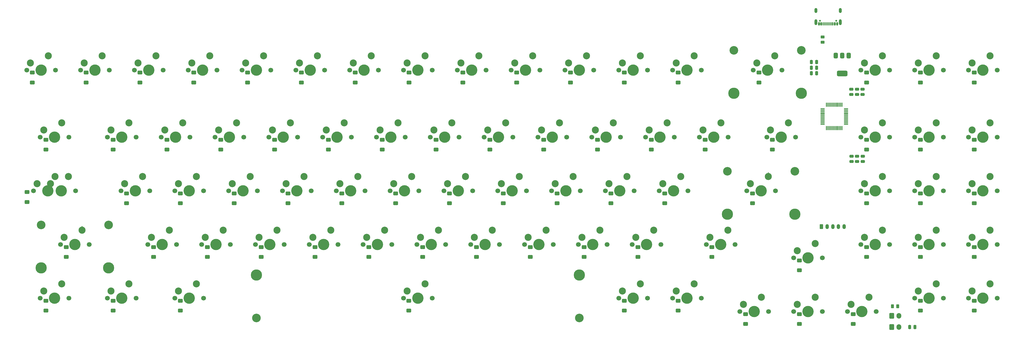
<source format=gbr>
%TF.GenerationSoftware,KiCad,Pcbnew,8.99.0-2194-gb3b7cbcab2*%
%TF.CreationDate,2024-09-18T02:21:13+07:00*%
%TF.ProjectId,Sam_,53616d5f-2e6b-4696-9361-645f70636258,rev?*%
%TF.SameCoordinates,Original*%
%TF.FileFunction,Soldermask,Bot*%
%TF.FilePolarity,Negative*%
%FSLAX46Y46*%
G04 Gerber Fmt 4.6, Leading zero omitted, Abs format (unit mm)*
G04 Created by KiCad (PCBNEW 8.99.0-2194-gb3b7cbcab2) date 2024-09-18 02:21:13*
%MOMM*%
%LPD*%
G01*
G04 APERTURE LIST*
G04 Aperture macros list*
%AMRoundRect*
0 Rectangle with rounded corners*
0 $1 Rounding radius*
0 $2 $3 $4 $5 $6 $7 $8 $9 X,Y pos of 4 corners*
0 Add a 4 corners polygon primitive as box body*
4,1,4,$2,$3,$4,$5,$6,$7,$8,$9,$2,$3,0*
0 Add four circle primitives for the rounded corners*
1,1,$1+$1,$2,$3*
1,1,$1+$1,$4,$5*
1,1,$1+$1,$6,$7*
1,1,$1+$1,$8,$9*
0 Add four rect primitives between the rounded corners*
20,1,$1+$1,$2,$3,$4,$5,0*
20,1,$1+$1,$4,$5,$6,$7,0*
20,1,$1+$1,$6,$7,$8,$9,0*
20,1,$1+$1,$8,$9,$2,$3,0*%
G04 Aperture macros list end*
%ADD10O,1.700000X2.000000*%
%ADD11RoundRect,0.250000X-0.600000X-0.750000X0.600000X-0.750000X0.600000X0.750000X-0.600000X0.750000X0*%
%ADD12C,1.700000*%
%ADD13C,2.500000*%
%ADD14C,4.000000*%
%ADD15C,3.048000*%
%ADD16C,3.987800*%
%ADD17C,0.400000*%
%ADD18RoundRect,0.250000X0.600000X-0.400000X0.600000X0.400000X-0.600000X0.400000X-0.600000X-0.400000X0*%
%ADD19RoundRect,0.075000X0.075000X-0.662500X0.075000X0.662500X-0.075000X0.662500X-0.075000X-0.662500X0*%
%ADD20RoundRect,0.075000X0.662500X-0.075000X0.662500X0.075000X-0.662500X0.075000X-0.662500X-0.075000X0*%
%ADD21RoundRect,0.375000X-0.375000X0.625000X-0.375000X-0.625000X0.375000X-0.625000X0.375000X0.625000X0*%
%ADD22RoundRect,0.500000X-1.400000X0.500000X-1.400000X-0.500000X1.400000X-0.500000X1.400000X0.500000X0*%
%ADD23RoundRect,0.250000X0.262500X0.450000X-0.262500X0.450000X-0.262500X-0.450000X0.262500X-0.450000X0*%
%ADD24RoundRect,0.250000X-0.450000X0.262500X-0.450000X-0.262500X0.450000X-0.262500X0.450000X0.262500X0*%
%ADD25RoundRect,0.250000X-0.350000X-0.625000X0.350000X-0.625000X0.350000X0.625000X-0.350000X0.625000X0*%
%ADD26O,1.200000X1.750000*%
%ADD27RoundRect,0.250000X-0.475000X0.250000X-0.475000X-0.250000X0.475000X-0.250000X0.475000X0.250000X0*%
%ADD28RoundRect,0.250000X-0.250000X-0.475000X0.250000X-0.475000X0.250000X0.475000X-0.250000X0.475000X0*%
%ADD29O,1.000000X1.800000*%
%ADD30O,1.000000X2.100000*%
%ADD31RoundRect,0.150000X-0.150000X-0.425000X0.150000X-0.425000X0.150000X0.425000X-0.150000X0.425000X0*%
%ADD32RoundRect,0.075000X-0.075000X-0.500000X0.075000X-0.500000X0.075000X0.500000X-0.075000X0.500000X0*%
%ADD33C,0.650000*%
G04 APERTURE END LIST*
D10*
%TO.C,SWb\u00F4t1*%
X688010000Y-209320000D03*
D11*
X685510000Y-209320000D03*
%TD*%
D12*
%TO.C,SW83*%
X722875000Y-203052500D03*
D13*
X720335000Y-197972500D03*
D14*
X717795000Y-203052500D03*
D13*
X713985000Y-200502500D03*
D12*
X712715000Y-203052500D03*
%TD*%
%TO.C,SW82*%
X703825000Y-203052500D03*
D13*
X701285000Y-197972500D03*
D14*
X698745000Y-203052500D03*
D13*
X694935000Y-200502500D03*
D12*
X693665000Y-203052500D03*
%TD*%
%TO.C,SW81*%
X680012500Y-207815000D03*
D13*
X677472500Y-202735000D03*
D14*
X674932500Y-207815000D03*
D13*
X671122500Y-205265000D03*
D12*
X669852500Y-207815000D03*
%TD*%
%TO.C,SW79*%
X660962500Y-207815000D03*
D13*
X658422500Y-202735000D03*
D14*
X655882500Y-207815000D03*
D13*
X652072500Y-205265000D03*
D12*
X650802500Y-207815000D03*
%TD*%
%TO.C,SW78*%
X641912500Y-207815000D03*
D13*
X639372500Y-202735000D03*
D14*
X636832500Y-207815000D03*
D13*
X633022500Y-205265000D03*
D12*
X631752500Y-207815000D03*
%TD*%
%TO.C,SW77*%
X618100000Y-203052500D03*
D13*
X615560000Y-197972500D03*
D14*
X613020000Y-203052500D03*
D13*
X609210000Y-200502500D03*
D12*
X607940000Y-203052500D03*
%TD*%
%TO.C,SW76*%
X599050000Y-203052500D03*
D13*
X596510000Y-197972500D03*
D14*
X593970000Y-203052500D03*
D13*
X590160000Y-200502500D03*
D12*
X588890000Y-203052500D03*
%TD*%
D15*
%TO.C,SW73*%
X574920000Y-210037500D03*
D16*
X574920000Y-194797500D03*
D12*
X522850000Y-203052500D03*
D13*
X520310000Y-197972500D03*
D14*
X517770000Y-203052500D03*
D13*
X513960000Y-200502500D03*
D12*
X512690000Y-203052500D03*
D15*
X460620000Y-210037500D03*
D16*
X460620000Y-194797500D03*
%TD*%
D12*
%TO.C,SW70*%
X391881000Y-164952500D03*
D13*
X389341000Y-159872500D03*
D14*
X386801000Y-164952500D03*
D13*
X382991000Y-162402500D03*
D12*
X381721000Y-164952500D03*
%TD*%
%TO.C,SW69*%
X441888000Y-203052500D03*
D13*
X439348000Y-197972500D03*
D14*
X436808000Y-203052500D03*
D13*
X432998000Y-200502500D03*
D12*
X431728000Y-203052500D03*
%TD*%
%TO.C,SW68*%
X418075000Y-203052500D03*
D13*
X415535000Y-197972500D03*
D14*
X412995000Y-203052500D03*
D13*
X409185000Y-200502500D03*
D12*
X407915000Y-203052500D03*
%TD*%
%TO.C,SW67*%
X722875000Y-184002500D03*
D13*
X720335000Y-178922500D03*
D14*
X717795000Y-184002500D03*
D13*
X713985000Y-181452500D03*
D12*
X712715000Y-184002500D03*
%TD*%
%TO.C,SW66*%
X703825000Y-184002500D03*
D13*
X701285000Y-178922500D03*
D14*
X698745000Y-184002500D03*
D13*
X694935000Y-181452500D03*
D12*
X693665000Y-184002500D03*
%TD*%
%TO.C,SW65*%
X684775000Y-184002500D03*
D13*
X682235000Y-178922500D03*
D14*
X679695000Y-184002500D03*
D13*
X675885000Y-181452500D03*
D12*
X674615000Y-184002500D03*
%TD*%
%TO.C,SW64*%
X394263000Y-203052500D03*
D13*
X391723000Y-197972500D03*
D14*
X389183000Y-203052500D03*
D13*
X385373000Y-200502500D03*
D12*
X384103000Y-203052500D03*
%TD*%
%TO.C,SW63*%
X660962500Y-188765000D03*
D13*
X658422500Y-183685000D03*
D14*
X655882500Y-188765000D03*
D13*
X652072500Y-186215000D03*
D12*
X650802500Y-188765000D03*
%TD*%
%TO.C,SW62*%
X630006500Y-184002500D03*
D13*
X627466500Y-178922500D03*
D14*
X624926500Y-184002500D03*
D13*
X621116500Y-181452500D03*
D12*
X619846500Y-184002500D03*
%TD*%
%TO.C,SW61*%
X603812500Y-184002500D03*
D13*
X601272500Y-178922500D03*
D14*
X598732500Y-184002500D03*
D13*
X594922500Y-181452500D03*
D12*
X593652500Y-184002500D03*
%TD*%
%TO.C,SW60*%
X584762500Y-184002500D03*
D13*
X582222500Y-178922500D03*
D14*
X579682500Y-184002500D03*
D13*
X575872500Y-181452500D03*
D12*
X574602500Y-184002500D03*
%TD*%
%TO.C,SW59*%
X565712500Y-184002500D03*
D13*
X563172500Y-178922500D03*
D14*
X560632500Y-184002500D03*
D13*
X556822500Y-181452500D03*
D12*
X555552500Y-184002500D03*
%TD*%
%TO.C,SW58*%
X546662500Y-184002500D03*
D13*
X544122500Y-178922500D03*
D14*
X541582500Y-184002500D03*
D13*
X537772500Y-181452500D03*
D12*
X536502500Y-184002500D03*
%TD*%
%TO.C,SW57*%
X527612500Y-184002500D03*
D13*
X525072500Y-178922500D03*
D14*
X522532500Y-184002500D03*
D13*
X518722500Y-181452500D03*
D12*
X517452500Y-184002500D03*
%TD*%
%TO.C,SW56*%
X508562500Y-184002500D03*
D13*
X506022500Y-178922500D03*
D14*
X503482500Y-184002500D03*
D13*
X499672500Y-181452500D03*
D12*
X498402500Y-184002500D03*
%TD*%
%TO.C,SW55*%
X489512500Y-184002500D03*
D13*
X486972500Y-178922500D03*
D14*
X484432500Y-184002500D03*
D13*
X480622500Y-181452500D03*
D12*
X479352500Y-184002500D03*
%TD*%
%TO.C,SW54*%
X470462500Y-184002500D03*
D13*
X467922500Y-178922500D03*
D14*
X465382500Y-184002500D03*
D13*
X461572500Y-181452500D03*
D12*
X460302500Y-184002500D03*
%TD*%
%TO.C,SW53*%
X451412500Y-184002500D03*
D13*
X448872500Y-178922500D03*
D14*
X446332500Y-184002500D03*
D13*
X442522500Y-181452500D03*
D12*
X441252500Y-184002500D03*
%TD*%
%TO.C,SW52*%
X432362500Y-184002500D03*
D13*
X429822500Y-178922500D03*
D14*
X427282500Y-184002500D03*
D13*
X423472500Y-181452500D03*
D12*
X422202500Y-184002500D03*
%TD*%
%TO.C,SW51*%
X722875000Y-164952500D03*
D13*
X720335000Y-159872500D03*
D14*
X717795000Y-164952500D03*
D13*
X713985000Y-162402500D03*
D12*
X712715000Y-164952500D03*
%TD*%
%TO.C,SW50*%
X703825000Y-164952500D03*
D13*
X701285000Y-159872500D03*
D14*
X698745000Y-164952500D03*
D13*
X694935000Y-162402500D03*
D12*
X693665000Y-164952500D03*
%TD*%
%TO.C,SW49*%
X684775000Y-164952500D03*
D13*
X682235000Y-159872500D03*
D14*
X679695000Y-164952500D03*
D13*
X675885000Y-162402500D03*
D12*
X674615000Y-164952500D03*
%TD*%
D17*
%TO.C,SW48*%
X398940600Y-177662500D03*
D16*
X408338600Y-192257500D03*
D15*
X408338600Y-177017500D03*
D12*
X401480600Y-184002500D03*
D13*
X398940600Y-178922500D03*
D14*
X396400600Y-184002500D03*
D13*
X392590600Y-181452500D03*
D12*
X391320600Y-184002500D03*
D16*
X384462600Y-192257500D03*
D15*
X384462600Y-177017500D03*
%TD*%
D17*
%TO.C,SW47*%
X641828100Y-158612500D03*
D16*
X651226100Y-173207500D03*
D15*
X651226100Y-157967500D03*
D12*
X644368100Y-164952500D03*
D13*
X641828100Y-159872500D03*
D14*
X639288100Y-164952500D03*
D13*
X635478100Y-162402500D03*
D12*
X634208100Y-164952500D03*
D16*
X627350100Y-173207500D03*
D15*
X627350100Y-157967500D03*
%TD*%
D12*
%TO.C,SW46*%
X613337500Y-164952500D03*
D13*
X610797500Y-159872500D03*
D14*
X608257500Y-164952500D03*
D13*
X604447500Y-162402500D03*
D12*
X603177500Y-164952500D03*
%TD*%
%TO.C,SW45*%
X594287500Y-164952500D03*
D13*
X591747500Y-159872500D03*
D14*
X589207500Y-164952500D03*
D13*
X585397500Y-162402500D03*
D12*
X584127500Y-164952500D03*
%TD*%
%TO.C,SW44*%
X575237500Y-164952500D03*
D13*
X572697500Y-159872500D03*
D14*
X570157500Y-164952500D03*
D13*
X566347500Y-162402500D03*
D12*
X565077500Y-164952500D03*
%TD*%
%TO.C,SW43*%
X556187500Y-164952500D03*
D13*
X553647500Y-159872500D03*
D14*
X551107500Y-164952500D03*
D13*
X547297500Y-162402500D03*
D12*
X546027500Y-164952500D03*
%TD*%
%TO.C,SW42*%
X537137500Y-164952500D03*
D13*
X534597500Y-159872500D03*
D14*
X532057500Y-164952500D03*
D13*
X528247500Y-162402500D03*
D12*
X526977500Y-164952500D03*
%TD*%
%TO.C,SW41*%
X518087500Y-164952500D03*
D13*
X515547500Y-159872500D03*
D14*
X513007500Y-164952500D03*
D13*
X509197500Y-162402500D03*
D12*
X507927500Y-164952500D03*
%TD*%
%TO.C,SW40*%
X499037500Y-164952500D03*
D13*
X496497500Y-159872500D03*
D14*
X493957500Y-164952500D03*
D13*
X490147500Y-162402500D03*
D12*
X488877500Y-164952500D03*
%TD*%
%TO.C,SW39*%
X479987500Y-164952500D03*
D13*
X477447500Y-159872500D03*
D14*
X474907500Y-164952500D03*
D13*
X471097500Y-162402500D03*
D12*
X469827500Y-164952500D03*
%TD*%
%TO.C,SW38*%
X460937500Y-164952500D03*
D13*
X458397500Y-159872500D03*
D14*
X455857500Y-164952500D03*
D13*
X452047500Y-162402500D03*
D12*
X450777500Y-164952500D03*
%TD*%
%TO.C,SW37*%
X441887500Y-164952500D03*
D13*
X439347500Y-159872500D03*
D14*
X436807500Y-164952500D03*
D13*
X432997500Y-162402500D03*
D12*
X431727500Y-164952500D03*
%TD*%
%TO.C,SW36*%
X422837500Y-164952500D03*
D13*
X420297500Y-159872500D03*
D14*
X417757500Y-164952500D03*
D13*
X413947500Y-162402500D03*
D12*
X412677500Y-164952500D03*
%TD*%
%TO.C,SW35*%
X396644000Y-164952500D03*
D13*
X394104000Y-159872500D03*
D14*
X391564000Y-164952500D03*
D13*
X387754000Y-162402500D03*
D12*
X386484000Y-164952500D03*
%TD*%
%TO.C,SW34*%
X722875000Y-145902500D03*
D13*
X720335000Y-140822500D03*
D14*
X717795000Y-145902500D03*
D13*
X713985000Y-143352500D03*
D12*
X712715000Y-145902500D03*
%TD*%
%TO.C,SW33*%
X703825000Y-145902500D03*
D13*
X701285000Y-140822500D03*
D14*
X698745000Y-145902500D03*
D13*
X694935000Y-143352500D03*
D12*
X693665000Y-145902500D03*
%TD*%
%TO.C,SW32*%
X684775000Y-145902500D03*
D13*
X682235000Y-140822500D03*
D14*
X679695000Y-145902500D03*
D13*
X675885000Y-143352500D03*
D12*
X674615000Y-145902500D03*
%TD*%
%TO.C,SW31*%
X651438000Y-145902500D03*
D13*
X648898000Y-140822500D03*
D14*
X646358000Y-145902500D03*
D13*
X642548000Y-143352500D03*
D12*
X641278000Y-145902500D03*
%TD*%
%TO.C,SW30*%
X627625000Y-145902500D03*
D13*
X625085000Y-140822500D03*
D14*
X622545000Y-145902500D03*
D13*
X618735000Y-143352500D03*
D12*
X617465000Y-145902500D03*
%TD*%
%TO.C,SW29*%
X608575000Y-145902500D03*
D13*
X606035000Y-140822500D03*
D14*
X603495000Y-145902500D03*
D13*
X599685000Y-143352500D03*
D12*
X598415000Y-145902500D03*
%TD*%
%TO.C,SW28*%
X589525000Y-145902500D03*
D13*
X586985000Y-140822500D03*
D14*
X584445000Y-145902500D03*
D13*
X580635000Y-143352500D03*
D12*
X579365000Y-145902500D03*
%TD*%
%TO.C,SW27*%
X570475000Y-145902500D03*
D13*
X567935000Y-140822500D03*
D14*
X565395000Y-145902500D03*
D13*
X561585000Y-143352500D03*
D12*
X560315000Y-145902500D03*
%TD*%
%TO.C,SW26*%
X551425000Y-145902500D03*
D13*
X548885000Y-140822500D03*
D14*
X546345000Y-145902500D03*
D13*
X542535000Y-143352500D03*
D12*
X541265000Y-145902500D03*
%TD*%
%TO.C,SW25*%
X532375000Y-145902500D03*
D13*
X529835000Y-140822500D03*
D14*
X527295000Y-145902500D03*
D13*
X523485000Y-143352500D03*
D12*
X522215000Y-145902500D03*
%TD*%
%TO.C,SW24*%
X513325000Y-145902500D03*
D13*
X510785000Y-140822500D03*
D14*
X508245000Y-145902500D03*
D13*
X504435000Y-143352500D03*
D12*
X503165000Y-145902500D03*
%TD*%
%TO.C,SW23*%
X494275000Y-145902500D03*
D13*
X491735000Y-140822500D03*
D14*
X489195000Y-145902500D03*
D13*
X485385000Y-143352500D03*
D12*
X484115000Y-145902500D03*
%TD*%
%TO.C,SW22*%
X475225000Y-145902500D03*
D13*
X472685000Y-140822500D03*
D14*
X470145000Y-145902500D03*
D13*
X466335000Y-143352500D03*
D12*
X465065000Y-145902500D03*
%TD*%
%TO.C,SW21*%
X456175000Y-145902500D03*
D13*
X453635000Y-140822500D03*
D14*
X451095000Y-145902500D03*
D13*
X447285000Y-143352500D03*
D12*
X446015000Y-145902500D03*
%TD*%
%TO.C,SW20*%
X437125000Y-145902500D03*
D13*
X434585000Y-140822500D03*
D14*
X432045000Y-145902500D03*
D13*
X428235000Y-143352500D03*
D12*
X426965000Y-145902500D03*
%TD*%
%TO.C,SW19*%
X418075000Y-145902500D03*
D13*
X415535000Y-140822500D03*
D14*
X412995000Y-145902500D03*
D13*
X409185000Y-143352500D03*
D12*
X407915000Y-145902500D03*
%TD*%
%TO.C,SW18*%
X394263000Y-145902500D03*
D13*
X391723000Y-140822500D03*
D14*
X389183000Y-145902500D03*
D13*
X385373000Y-143352500D03*
D12*
X384103000Y-145902500D03*
%TD*%
%TO.C,SW17*%
X722875000Y-122090000D03*
D13*
X720335000Y-117010000D03*
D14*
X717795000Y-122090000D03*
D13*
X713985000Y-119540000D03*
D12*
X712715000Y-122090000D03*
%TD*%
%TO.C,SW16*%
X703825000Y-122090000D03*
D13*
X701285000Y-117010000D03*
D14*
X698745000Y-122090000D03*
D13*
X694935000Y-119540000D03*
D12*
X693665000Y-122090000D03*
%TD*%
%TO.C,SW15*%
X684775000Y-122090000D03*
D13*
X682235000Y-117010000D03*
D14*
X679695000Y-122090000D03*
D13*
X675885000Y-119540000D03*
D12*
X674615000Y-122090000D03*
%TD*%
D16*
%TO.C,SW14*%
X653533000Y-130345000D03*
D15*
X653533000Y-115105000D03*
D12*
X646675000Y-122090000D03*
D13*
X644135000Y-117010000D03*
D14*
X641595000Y-122090000D03*
D13*
X637785000Y-119540000D03*
D12*
X636515000Y-122090000D03*
D16*
X629657000Y-130345000D03*
D15*
X629657000Y-115105000D03*
%TD*%
D12*
%TO.C,SW13*%
X618100000Y-122090000D03*
D13*
X615560000Y-117010000D03*
D14*
X613020000Y-122090000D03*
D13*
X609210000Y-119540000D03*
D12*
X607940000Y-122090000D03*
%TD*%
%TO.C,SW12*%
X599050000Y-122090000D03*
D13*
X596510000Y-117010000D03*
D14*
X593970000Y-122090000D03*
D13*
X590160000Y-119540000D03*
D12*
X588890000Y-122090000D03*
%TD*%
%TO.C,SW11*%
X580000000Y-122090000D03*
D13*
X577460000Y-117010000D03*
D14*
X574920000Y-122090000D03*
D13*
X571110000Y-119540000D03*
D12*
X569840000Y-122090000D03*
%TD*%
%TO.C,SW10*%
X560950000Y-122090000D03*
D13*
X558410000Y-117010000D03*
D14*
X555870000Y-122090000D03*
D13*
X552060000Y-119540000D03*
D12*
X550790000Y-122090000D03*
%TD*%
%TO.C,SW9*%
X541900000Y-122090000D03*
D13*
X539360000Y-117010000D03*
D14*
X536820000Y-122090000D03*
D13*
X533010000Y-119540000D03*
D12*
X531740000Y-122090000D03*
%TD*%
%TO.C,SW8*%
X522850000Y-122090000D03*
D13*
X520310000Y-117010000D03*
D14*
X517770000Y-122090000D03*
D13*
X513960000Y-119540000D03*
D12*
X512690000Y-122090000D03*
%TD*%
%TO.C,SW7*%
X503800000Y-122090000D03*
D13*
X501260000Y-117010000D03*
D14*
X498720000Y-122090000D03*
D13*
X494910000Y-119540000D03*
D12*
X493640000Y-122090000D03*
%TD*%
%TO.C,SW6*%
X484750000Y-122090000D03*
D13*
X482210000Y-117010000D03*
D14*
X479670000Y-122090000D03*
D13*
X475860000Y-119540000D03*
D12*
X474590000Y-122090000D03*
%TD*%
%TO.C,SW5*%
X465700000Y-122090000D03*
D13*
X463160000Y-117010000D03*
D14*
X460620000Y-122090000D03*
D13*
X456810000Y-119540000D03*
D12*
X455540000Y-122090000D03*
%TD*%
%TO.C,SW4*%
X446650000Y-122090000D03*
D13*
X444110000Y-117010000D03*
D14*
X441570000Y-122090000D03*
D13*
X437760000Y-119540000D03*
D12*
X436490000Y-122090000D03*
%TD*%
%TO.C,SW3*%
X427600000Y-122090000D03*
D13*
X425060000Y-117010000D03*
D14*
X422520000Y-122090000D03*
D13*
X418710000Y-119540000D03*
D12*
X417440000Y-122090000D03*
%TD*%
%TO.C,SW2*%
X408550000Y-122090000D03*
D13*
X406010000Y-117010000D03*
D14*
X403470000Y-122090000D03*
D13*
X399660000Y-119540000D03*
D12*
X398390000Y-122090000D03*
%TD*%
%TO.C,SW1*%
X389500000Y-122090000D03*
D13*
X386960000Y-117010000D03*
D14*
X384420000Y-122090000D03*
D13*
X380610000Y-119540000D03*
D12*
X379340000Y-122090000D03*
%TD*%
D18*
%TO.C,D48*%
X393308099Y-184897641D03*
X393308099Y-188397641D03*
%TD*%
%TO.C,D56*%
X500389999Y-184897641D03*
X500389999Y-188397641D03*
%TD*%
%TO.C,D54*%
X462289999Y-184897641D03*
X462289999Y-188397641D03*
%TD*%
%TO.C,D51*%
X714702499Y-165847641D03*
X714702499Y-169347641D03*
%TD*%
%TO.C,D46*%
X605164999Y-165847641D03*
X605164999Y-169347641D03*
%TD*%
%TO.C,D57*%
X519439999Y-184897641D03*
X519439999Y-188397641D03*
%TD*%
%TO.C,D55*%
X481339999Y-184897641D03*
X481339999Y-188397641D03*
%TD*%
%TO.C,D47*%
X636195599Y-165847641D03*
X636195599Y-169347641D03*
%TD*%
%TO.C,D53*%
X443239999Y-184897641D03*
X443239999Y-188397641D03*
%TD*%
%TO.C,D52*%
X424189999Y-184897641D03*
X424189999Y-188397641D03*
%TD*%
%TO.C,D50*%
X695652499Y-165847641D03*
X695652499Y-169347641D03*
%TD*%
%TO.C,D49*%
X676602499Y-165847641D03*
X676602499Y-169347641D03*
%TD*%
%TO.C,D39*%
X471814999Y-165847641D03*
X471814999Y-169347641D03*
%TD*%
%TO.C,D36*%
X414664999Y-165847641D03*
X414664999Y-169347641D03*
%TD*%
%TO.C,D33*%
X695652499Y-146797641D03*
X695652499Y-150297641D03*
%TD*%
%TO.C,D29*%
X600402499Y-146797641D03*
X600402499Y-150297641D03*
%TD*%
%TO.C,D44*%
X567064999Y-165847641D03*
X567064999Y-169347641D03*
%TD*%
%TO.C,D42*%
X528964999Y-165847641D03*
X528964999Y-169347641D03*
%TD*%
%TO.C,D41*%
X509914999Y-165847641D03*
X509914999Y-169347641D03*
%TD*%
%TO.C,D35*%
X379390000Y-165387500D03*
X379390000Y-168887500D03*
%TD*%
%TO.C,D34*%
X714702499Y-146797641D03*
X714702499Y-150297641D03*
%TD*%
%TO.C,D32*%
X676602499Y-146797641D03*
X676602499Y-150297641D03*
%TD*%
%TO.C,D31*%
X643265499Y-146797641D03*
X643265499Y-150297641D03*
%TD*%
%TO.C,D30*%
X619452499Y-146797641D03*
X619452499Y-150297641D03*
%TD*%
%TO.C,D26*%
X543252499Y-146797641D03*
X543252499Y-150297641D03*
%TD*%
%TO.C,D28*%
X581352499Y-146797641D03*
X581352499Y-150297641D03*
%TD*%
%TO.C,D38*%
X452764999Y-165847641D03*
X452764999Y-169347641D03*
%TD*%
%TO.C,D43*%
X548014999Y-165847641D03*
X548014999Y-169347641D03*
%TD*%
%TO.C,D40*%
X490864999Y-165847641D03*
X490864999Y-169347641D03*
%TD*%
%TO.C,D45*%
X586114999Y-165847641D03*
X586114999Y-169347641D03*
%TD*%
%TO.C,D37*%
X433714999Y-165847641D03*
X433714999Y-169347641D03*
%TD*%
%TO.C,D27*%
X562302499Y-146797641D03*
X562302499Y-150297641D03*
%TD*%
%TO.C,D24*%
X505152499Y-146797641D03*
X505152499Y-150297641D03*
%TD*%
%TO.C,D21*%
X448002499Y-146797641D03*
X448002499Y-150297641D03*
%TD*%
%TO.C,D20*%
X428952499Y-146797641D03*
X428952499Y-150297641D03*
%TD*%
%TO.C,D19*%
X409902499Y-146797641D03*
X409902499Y-150297641D03*
%TD*%
%TO.C,D18*%
X386090499Y-146797641D03*
X386090499Y-150297641D03*
%TD*%
%TO.C,D15*%
X676602499Y-122985141D03*
X676602499Y-126485141D03*
%TD*%
%TO.C,D14*%
X638502499Y-122985141D03*
X638502499Y-126485141D03*
%TD*%
%TO.C,D16*%
X695652499Y-122985141D03*
X695652499Y-126485141D03*
%TD*%
%TO.C,D17*%
X714702499Y-122985141D03*
X714702499Y-126485141D03*
%TD*%
%TO.C,D13*%
X609927499Y-122985141D03*
X609927499Y-126485141D03*
%TD*%
%TO.C,D9*%
X533727499Y-122985141D03*
X533727499Y-126485141D03*
%TD*%
%TO.C,D8*%
X514677499Y-122985141D03*
X514677499Y-126485141D03*
%TD*%
%TO.C,D11*%
X571827499Y-122985141D03*
X571827499Y-126485141D03*
%TD*%
%TO.C,D23*%
X486102499Y-146797641D03*
X486102499Y-150297641D03*
%TD*%
%TO.C,D22*%
X467052499Y-146797641D03*
X467052499Y-150297641D03*
%TD*%
%TO.C,D12*%
X590877499Y-122985141D03*
X590877499Y-126485141D03*
%TD*%
%TO.C,D25*%
X524202499Y-146797641D03*
X524202499Y-150297641D03*
%TD*%
%TO.C,D7*%
X495627499Y-122985141D03*
X495627499Y-126485141D03*
%TD*%
%TO.C,D5*%
X457527499Y-122985141D03*
X457527499Y-126485141D03*
%TD*%
%TO.C,D6*%
X476577499Y-122985141D03*
X476577499Y-126485141D03*
%TD*%
%TO.C,D3*%
X419427499Y-122985141D03*
X419427499Y-126485141D03*
%TD*%
%TO.C,D1*%
X381327499Y-122985141D03*
X381327499Y-126485141D03*
%TD*%
%TO.C,D10*%
X552777499Y-122985141D03*
X552777499Y-126485141D03*
%TD*%
%TO.C,D2*%
X400377499Y-122985141D03*
X400377499Y-126485141D03*
%TD*%
%TO.C,D4*%
X438477499Y-122985141D03*
X438477499Y-126485141D03*
%TD*%
%TO.C,D83*%
X714702499Y-203947641D03*
X714702499Y-207447641D03*
%TD*%
%TO.C,D82*%
X695652499Y-203947641D03*
X695652499Y-207447641D03*
%TD*%
%TO.C,D79*%
X652789999Y-208710141D03*
X652789999Y-212210141D03*
%TD*%
%TO.C,D69*%
X433715499Y-203947641D03*
X433715499Y-207447641D03*
%TD*%
%TO.C,D61*%
X595639999Y-184897641D03*
X595639999Y-188397641D03*
%TD*%
%TO.C,D68*%
X409902499Y-203947641D03*
X409902499Y-207447641D03*
%TD*%
%TO.C,D62*%
X621833999Y-184897641D03*
X621833999Y-188397641D03*
%TD*%
%TO.C,D64*%
X386090499Y-203947641D03*
X386090499Y-207447641D03*
%TD*%
%TO.C,D63*%
X652789999Y-189660141D03*
X652789999Y-193160141D03*
%TD*%
%TO.C,D58*%
X538489999Y-184897641D03*
X538489999Y-188397641D03*
%TD*%
%TO.C,D60*%
X576589999Y-184897641D03*
X576589999Y-188397641D03*
%TD*%
%TO.C,D77*%
X609927499Y-203947641D03*
X609927499Y-207447641D03*
%TD*%
%TO.C,D76*%
X590877499Y-203947641D03*
X590877499Y-207447641D03*
%TD*%
%TO.C,D66*%
X695652499Y-184897641D03*
X695652499Y-188397641D03*
%TD*%
%TO.C,D59*%
X557539999Y-184897641D03*
X557539999Y-188397641D03*
%TD*%
%TO.C,D67*%
X714702499Y-184897641D03*
X714702499Y-188397641D03*
%TD*%
%TO.C,D65*%
X676602499Y-184897641D03*
X676602499Y-188397641D03*
%TD*%
%TO.C,D78*%
X633739999Y-208710141D03*
X633739999Y-212210141D03*
%TD*%
%TO.C,D73*%
X514580000Y-203947641D03*
X514580000Y-207447641D03*
%TD*%
%TO.C,D81*%
X671839999Y-208710141D03*
X671839999Y-212210141D03*
%TD*%
D19*
%TO.C,U3*%
X667900000Y-142722500D03*
X667400000Y-142722500D03*
X666900000Y-142722500D03*
X666400000Y-142722500D03*
X665900000Y-142722500D03*
X665400000Y-142722500D03*
X664900000Y-142722500D03*
X664400000Y-142722500D03*
X663900000Y-142722500D03*
X663400000Y-142722500D03*
X662900000Y-142722500D03*
X662400000Y-142722500D03*
D20*
X660987500Y-141310000D03*
X660987500Y-140810000D03*
X660987500Y-140310000D03*
X660987500Y-139810000D03*
X660987500Y-139310000D03*
X660987500Y-138810000D03*
X660987500Y-138310000D03*
X660987500Y-137810000D03*
X660987500Y-137310000D03*
X660987500Y-136810000D03*
X660987500Y-136310000D03*
X660987500Y-135810000D03*
D19*
X662400000Y-134397500D03*
X662900000Y-134397500D03*
X663400000Y-134397500D03*
X663900000Y-134397500D03*
X664400000Y-134397500D03*
X664900000Y-134397500D03*
X665400000Y-134397500D03*
X665900000Y-134397500D03*
X666400000Y-134397500D03*
X666900000Y-134397500D03*
X667400000Y-134397500D03*
X667900000Y-134397500D03*
D20*
X669312500Y-135810000D03*
X669312500Y-136310000D03*
X669312500Y-136810000D03*
X669312500Y-137310000D03*
X669312500Y-137810000D03*
X669312500Y-138310000D03*
X669312500Y-138810000D03*
X669312500Y-139310000D03*
X669312500Y-139810000D03*
X669312500Y-140310000D03*
X669312500Y-140810000D03*
X669312500Y-141310000D03*
%TD*%
D21*
%TO.C,U2*%
X665690000Y-116960000D03*
X667990000Y-116960000D03*
D22*
X667990000Y-123260000D03*
D21*
X670290000Y-116960000D03*
%TD*%
D11*
%TO.C,SWb\u00F4trst1*%
X685520000Y-213330000D03*
D10*
X688020000Y-213330000D03*
%TD*%
D23*
%TO.C,R2*%
X687572500Y-205920000D03*
X685747500Y-205920000D03*
%TD*%
D24*
%TO.C,R1*%
X661060000Y-110337500D03*
X661060000Y-112162500D03*
%TD*%
D25*
%TO.C,J2*%
X660630000Y-177630000D03*
D26*
X662630000Y-177630000D03*
X664630000Y-177630000D03*
X666630000Y-177630000D03*
X668630000Y-177630000D03*
%TD*%
D27*
%TO.C,C10*%
X675230000Y-152635000D03*
X675230000Y-154535000D03*
%TD*%
%TO.C,C9*%
X673255000Y-152635000D03*
X673255000Y-154535000D03*
%TD*%
%TO.C,C8*%
X675150000Y-128855000D03*
X675150000Y-130755000D03*
%TD*%
%TO.C,C7*%
X673185000Y-128860000D03*
X673185000Y-130760000D03*
%TD*%
%TO.C,C6*%
X671220000Y-128860000D03*
X671220000Y-130760000D03*
%TD*%
%TO.C,C5*%
X671285000Y-152640000D03*
X671285000Y-154540000D03*
%TD*%
D28*
%TO.C,C4*%
X657015000Y-119245000D03*
X658915000Y-119245000D03*
%TD*%
%TO.C,C3*%
X657030000Y-121250000D03*
X658930000Y-121250000D03*
%TD*%
%TO.C,C2*%
X657030000Y-123245000D03*
X658930000Y-123245000D03*
%TD*%
%TO.C,C1*%
X691840000Y-213290000D03*
X693740000Y-213290000D03*
%TD*%
D29*
%TO.C,J1*%
X667272500Y-100927500D03*
D30*
X667272500Y-105107500D03*
D29*
X658632500Y-100927500D03*
D30*
X658632500Y-105107500D03*
D31*
X659752500Y-105682500D03*
X660552500Y-105682500D03*
D32*
X661202500Y-105682500D03*
X662202500Y-105682500D03*
X663702500Y-105682500D03*
X664702500Y-105682500D03*
D31*
X665352500Y-105682500D03*
X666152500Y-105682500D03*
X666152500Y-105682500D03*
X665352500Y-105682500D03*
D32*
X664202500Y-105682500D03*
X663202500Y-105682500D03*
X662702500Y-105682500D03*
X661702500Y-105682500D03*
D31*
X660552500Y-105682500D03*
X659752500Y-105682500D03*
D33*
X665842500Y-104607500D03*
X660062500Y-104607500D03*
%TD*%
M02*

</source>
